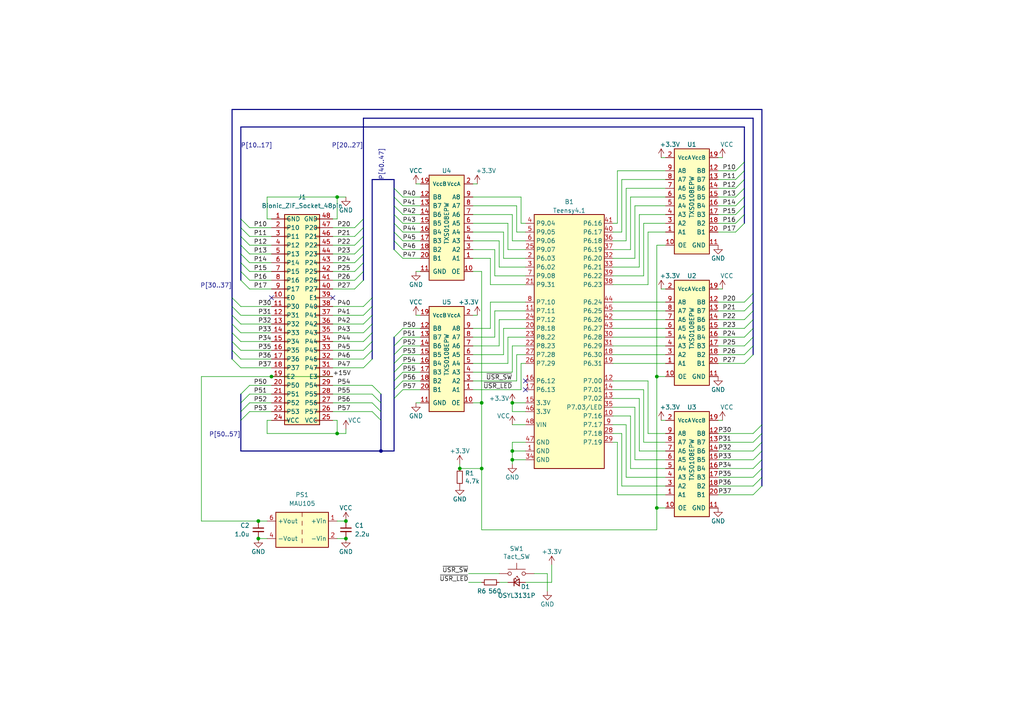
<source format=kicad_sch>
(kicad_sch (version 20230121) (generator eeschema)
  (paper "A4")
  (title_block (title "BionicBase Teensy 4.1") (date "2023-11-26") (rev "5") (company "Tadashi G. Takaoka"))
  (lib_symbols
    (symbol "+3.3V_1" (power) (pin_names (offset 0))
      (property "Value" "+3.3V_1" (at 0 3.556 0))
      (symbol "+3.3V_1_0_1"
        (polyline (pts (xy -0.762 1.27) (xy 0 2.54)))
        (polyline (pts (xy 0 0) (xy 0 2.54)))
        (polyline (pts (xy 0 2.54) (xy 0.762 1.27)))
      )
      (symbol "+3.3V_1_1_1"
        (pin power_in line (at 0 0 90) (length 0) hide (name "+3.3V") (number "1"))
      )
    )
    (symbol "0-LocalLibrary:Bionic_ZIF_Socket_48pin"
      (property "Reference" "J" (at 3.81 30.48 0))
      (property "Value" "Bionic_ZIF_Socket_48pin" (at 3.81 -33.02 0))
      (symbol "Bionic_ZIF_Socket_48pin_1_1"
        (rectangle (start -1.27 -30.353) (end 0 -30.607) (stroke (width 0.1524)))
        (rectangle (start -1.27 -27.813) (end 0 -28.067) (stroke (width 0.1524)))
        (rectangle (start -1.27 -25.273) (end 0 -25.527) (stroke (width 0.1524)))
        (rectangle (start -1.27 -22.733) (end 0 -22.987) (stroke (width 0.1524)))
        (rectangle (start -1.27 -20.193) (end 0 -20.447) (stroke (width 0.1524)))
        (rectangle (start -1.27 -17.653) (end 0 -17.907) (stroke (width 0.1524)))
        (rectangle (start -1.27 -15.113) (end 0 -15.367) (stroke (width 0.1524)))
        (rectangle (start -1.27 -12.573) (end 0 -12.827) (stroke (width 0.1524)))
        (rectangle (start -1.27 -10.033) (end 0 -10.287) (stroke (width 0.1524)))
        (rectangle (start -1.27 -7.493) (end 0 -7.747) (stroke (width 0.1524)))
        (rectangle (start -1.27 -4.953) (end 0 -5.207) (stroke (width 0.1524)))
        (rectangle (start -1.27 -2.413) (end 0 -2.667) (stroke (width 0.1524)))
        (rectangle (start -1.27 0.127) (end 0 -0.127) (stroke (width 0.1524)))
        (rectangle (start -1.27 2.667) (end 0 2.413) (stroke (width 0.1524)))
        (rectangle (start -1.27 5.207) (end 0 4.953) (stroke (width 0.1524)))
        (rectangle (start -1.27 7.747) (end 0 7.493) (stroke (width 0.1524)))
        (rectangle (start -1.27 10.287) (end 0 10.033) (stroke (width 0.1524)))
        (rectangle (start -1.27 12.827) (end 0 12.573) (stroke (width 0.1524)))
        (rectangle (start -1.27 15.367) (end 0 15.113) (stroke (width 0.1524)))
        (rectangle (start -1.27 17.907) (end 0 17.653) (stroke (width 0.1524)))
        (rectangle (start -1.27 20.447) (end 0 20.193) (stroke (width 0.1524)))
        (rectangle (start -1.27 22.987) (end 0 22.733) (stroke (width 0.1524)))
        (rectangle (start -1.27 25.527) (end 0 25.273) (stroke (width 0.1524)))
        (rectangle (start -1.27 28.067) (end 0 27.813) (stroke (width 0.1524)))
        (rectangle (start -1.27 29.21) (end 8.89 -31.75) (stroke (width 0.254)) (fill (type background)))
        (rectangle (start 8.89 -30.353) (end 7.62 -30.607) (stroke (width 0.1524)))
        (rectangle (start 8.89 -27.813) (end 7.62 -28.067) (stroke (width 0.1524)))
        (rectangle (start 8.89 -25.273) (end 7.62 -25.527) (stroke (width 0.1524)))
        (rectangle (start 8.89 -22.733) (end 7.62 -22.987) (stroke (width 0.1524)))
        (rectangle (start 8.89 -20.193) (end 7.62 -20.447) (stroke (width 0.1524)))
        (rectangle (start 8.89 -17.653) (end 7.62 -17.907) (stroke (width 0.1524)))
        (rectangle (start 8.89 -15.113) (end 7.62 -15.367) (stroke (width 0.1524)))
        (rectangle (start 8.89 -12.573) (end 7.62 -12.827) (stroke (width 0.1524)))
        (rectangle (start 8.89 -10.033) (end 7.62 -10.287) (stroke (width 0.1524)))
        (rectangle (start 8.89 -7.493) (end 7.62 -7.747) (stroke (width 0.1524)))
        (rectangle (start 8.89 -4.953) (end 7.62 -5.207) (stroke (width 0.1524)))
        (rectangle (start 8.89 -2.413) (end 7.62 -2.667) (stroke (width 0.1524)))
        (rectangle (start 8.89 0.127) (end 7.62 -0.127) (stroke (width 0.1524)))
        (rectangle (start 8.89 2.667) (end 7.62 2.413) (stroke (width 0.1524)))
        (rectangle (start 8.89 5.207) (end 7.62 4.953) (stroke (width 0.1524)))
        (rectangle (start 8.89 7.747) (end 7.62 7.493) (stroke (width 0.1524)))
        (rectangle (start 8.89 10.287) (end 7.62 10.033) (stroke (width 0.1524)))
        (rectangle (start 8.89 12.827) (end 7.62 12.573) (stroke (width 0.1524)))
        (rectangle (start 8.89 15.367) (end 7.62 15.113) (stroke (width 0.1524)))
        (rectangle (start 8.89 17.907) (end 7.62 17.653) (stroke (width 0.1524)))
        (rectangle (start 8.89 20.447) (end 7.62 20.193) (stroke (width 0.1524)))
        (rectangle (start 8.89 22.987) (end 7.62 22.733) (stroke (width 0.1524)))
        (rectangle (start 8.89 25.527) (end 7.62 25.273) (stroke (width 0.1524)))
        (rectangle (start 8.89 28.067) (end 7.62 27.813) (stroke (width 0.1524)))
        (pin passive line (at -5.08 27.94 0) (length 3.81) (name "GND") (number "1"))
        (pin passive line (at -5.08 5.08 0) (length 3.81) (name "E0") (number "10"))
        (pin passive line (at -5.08 2.54 0) (length 3.81) (name "P30") (number "11"))
        (pin passive line (at -5.08 0 0) (length 3.81) (name "P31") (number "12"))
        (pin passive line (at -5.08 -2.54 0) (length 3.81) (name "P32") (number "13"))
        (pin passive line (at -5.08 -5.08 0) (length 3.81) (name "P33") (number "14"))
        (pin passive line (at -5.08 -7.62 0) (length 3.81) (name "P34") (number "15"))
        (pin passive line (at -5.08 -10.16 0) (length 3.81) (name "P35") (number "16"))
        (pin passive line (at -5.08 -12.7 0) (length 3.81) (name "P36") (number "17"))
        (pin passive line (at -5.08 -15.24 0) (length 3.81) (name "P37") (number "18"))
        (pin passive line (at -5.08 -17.78 0) (length 3.81) (name "E2") (number "19"))
        (pin passive line (at -5.08 25.4 0) (length 3.81) (name "P10") (number "2"))
        (pin passive line (at -5.08 -20.32 0) (length 3.81) (name "P50") (number "20"))
        (pin passive line (at -5.08 -22.86 0) (length 3.81) (name "P51") (number "21"))
        (pin passive line (at -5.08 -25.4 0) (length 3.81) (name "P52") (number "22"))
        (pin passive line (at -5.08 -27.94 0) (length 3.81) (name "P53") (number "23"))
        (pin passive line (at -5.08 -30.48 0) (length 3.81) (name "VCC") (number "24"))
        (pin passive line (at 12.7 -30.48 180) (length 3.81) (name "VCC") (number "25"))
        (pin passive line (at 12.7 -27.94 180) (length 3.81) (name "P57") (number "26"))
        (pin passive line (at 12.7 -25.4 180) (length 3.81) (name "P56") (number "27"))
        (pin passive line (at 12.7 -22.86 180) (length 3.81) (name "P55") (number "28"))
        (pin passive line (at 12.7 -20.32 180) (length 3.81) (name "P54") (number "29"))
        (pin passive line (at -5.08 22.86 0) (length 3.81) (name "P11") (number "3"))
        (pin passive line (at 12.7 -17.78 180) (length 3.81) (name "E3") (number "30"))
        (pin passive line (at 12.7 -15.24 180) (length 3.81) (name "P47") (number "31"))
        (pin passive line (at 12.7 -12.7 180) (length 3.81) (name "P46") (number "32"))
        (pin passive line (at 12.7 -10.16 180) (length 3.81) (name "P45") (number "33"))
        (pin passive line (at 12.7 -7.62 180) (length 3.81) (name "P44") (number "34"))
        (pin passive line (at 12.7 -5.08 180) (length 3.81) (name "P43") (number "35"))
        (pin passive line (at 12.7 -2.54 180) (length 3.81) (name "P42") (number "36"))
        (pin passive line (at 12.7 0 180) (length 3.81) (name "P41") (number "37"))
        (pin passive line (at 12.7 2.54 180) (length 3.81) (name "P40") (number "38"))
        (pin passive line (at 12.7 5.08 180) (length 3.81) (name "E1") (number "39"))
        (pin passive line (at -5.08 20.32 0) (length 3.81) (name "P12") (number "4"))
        (pin passive line (at 12.7 7.62 180) (length 3.81) (name "P27") (number "40"))
        (pin passive line (at 12.7 10.16 180) (length 3.81) (name "P26") (number "41"))
        (pin passive line (at 12.7 12.7 180) (length 3.81) (name "P25") (number "42"))
        (pin passive line (at 12.7 15.24 180) (length 3.81) (name "P24") (number "43"))
        (pin passive line (at 12.7 17.78 180) (length 3.81) (name "P23") (number "44"))
        (pin passive line (at 12.7 20.32 180) (length 3.81) (name "P22") (number "45"))
        (pin passive line (at 12.7 22.86 180) (length 3.81) (name "P21") (number "46"))
        (pin passive line (at 12.7 25.4 180) (length 3.81) (name "P20") (number "47"))
        (pin passive line (at 12.7 27.94 180) (length 3.81) (name "GND") (number "48"))
        (pin passive line (at -5.08 17.78 0) (length 3.81) (name "P13") (number "5"))
        (pin passive line (at -5.08 15.24 0) (length 3.81) (name "P14") (number "6"))
        (pin passive line (at -5.08 12.7 0) (length 3.81) (name "P15") (number "7"))
        (pin passive line (at -5.08 10.16 0) (length 3.81) (name "P16") (number "8"))
        (pin passive line (at -5.08 7.62 0) (length 3.81) (name "P17") (number "9"))
      )
    )
    (symbol "0-LocalLibrary:MAU105"
      (property "Reference" "PS" (at -7.62 6.35 0))
      (property "Value" "MAU105" (at 1.27 6.35 0))
      (symbol "MAU105_0_0"
        (pin power_in line (at -10.16 2.54 0) (length 2.54) (name "+Vin") (number "1"))
        (pin power_in line (at -10.16 -2.54 0) (length 2.54) (name "-Vin") (number "2"))
        (pin passive line (at 10.16 -2.54 180) (length 2.54) (name "-Vout") (number "4"))
        (pin power_out line (at 10.16 2.54 180) (length 2.54) (name "+Vout") (number "6"))
      )
      (symbol "MAU105_0_1"
        (rectangle (start -7.62 5.08) (end 7.62 -5.08) (stroke (width 0.254)) (fill (type background)))
        (polyline (pts (xy 0 -2.54) (xy 0 -3.81)))
        (polyline (pts (xy 0 0) (xy 0 -1.27)))
        (polyline (pts (xy 0 2.54) (xy 0 1.27)))
        (polyline (pts (xy 0 5.08) (xy 0 3.81)))
      )
    )
    (symbol "0-LocalLibrary:TXS0108EPW" (pin_names (offset 1.016))
      (property "Reference" "U" (at 0 15.24 0))
      (property "Value" "TXS0108EPW" (at 0 0 90))
      (symbol "TXS0108EPW_1_0"
        (pin bidirectional line (at -7.62 -10.16 0) (length 2.54) (name "A1") (number "1"))
        (pin input line (at -7.62 -13.97 0) (length 2.54) (name "OE") (number "10"))
        (pin power_in line (at 7.62 -13.97 180) (length 2.54) (name "GND") (number "11"))
        (pin bidirectional line (at 7.62 7.62 180) (length 2.54) (name "B8") (number "12"))
        (pin bidirectional line (at 7.62 5.08 180) (length 2.54) (name "B7") (number "13"))
        (pin bidirectional line (at 7.62 2.54 180) (length 2.54) (name "B6") (number "14"))
        (pin bidirectional line (at 7.62 0 180) (length 2.54) (name "B5") (number "15"))
        (pin bidirectional line (at 7.62 -2.54 180) (length 2.54) (name "B4") (number "16"))
        (pin bidirectional line (at 7.62 -5.08 180) (length 2.54) (name "B3") (number "17"))
        (pin bidirectional line (at 7.62 -7.62 180) (length 2.54) (name "B2") (number "18"))
        (pin power_in line (at 7.62 11.43 180) (length 2.54) (name "VccB") (number "19"))
        (pin bidirectional line (at 7.62 -10.16 180) (length 2.54) (name "B1") (number "20"))
        (pin bidirectional line (at -7.62 -7.62 0) (length 2.54) (name "A2") (number "3"))
        (pin bidirectional line (at -7.62 -5.08 0) (length 2.54) (name "A3") (number "4"))
        (pin bidirectional line (at -7.62 -2.54 0) (length 2.54) (name "A4") (number "5"))
        (pin bidirectional line (at -7.62 0 0) (length 2.54) (name "A5") (number "6"))
        (pin bidirectional line (at -7.62 2.54 0) (length 2.54) (name "A6") (number "7"))
        (pin bidirectional line (at -7.62 5.08 0) (length 2.54) (name "A7") (number "8"))
        (pin bidirectional line (at -7.62 7.62 0) (length 2.54) (name "A8") (number "9"))
      )
      (symbol "TXS0108EPW_1_1"
        (rectangle (start 5.08 13.97) (end -5.08 -16.51) (stroke (width 0.254)) (fill (type background)))
        (pin power_in line (at -7.62 11.43 0) (length 2.54) (name "VccA") (number "2"))
      )
    )
    (symbol "0-LocalLibrary:Tact_SW" (pin_numbers hide) (pin_names (offset 1.016) hide)
      (property "Reference" "SW" (at 1.27 2.54 0))
      (property "Value" "Tact_SW" (at 0 -1.524 0))
      (symbol "Tact_SW_0_1"
        (circle (center -2.032 0) (radius 0.508))
        (polyline (pts (xy 0 1.27) (xy 0 3.048)))
        (polyline (pts (xy 2.54 1.27) (xy -2.54 1.27)))
        (circle (center 2.032 0) (radius 0.508))
        (pin passive line (at -5.08 0 0) (length 2.54) (name "1") (number "1"))
        (pin passive line (at 5.08 0 180) (length 2.54) (name "2") (number "2"))
      )
    )
    (symbol "0-LocalLibrary:Teensy4.1"
      (property "Reference" "B" (at -1.27 30.48 0))
      (property "Value" "Teensy4.1" (at -1.27 -8.89 90))
      (symbol "Teensy4.1_0_0"
        (pin power_in line (at -12.7 -24.13 0) (length 2.54) (name "3.3V") (number "15"))
        (pin bidirectional line (at -12.7 20.32 0) (length 2.54) (name "P9.07") (number "25"))
        (pin power_in line (at -12.7 -35.56 0) (length 2.54) (name "GND") (number "47"))
      )
      (symbol "Teensy4.1_0_1"
        (rectangle (start -10.16 -43.18) (end 10.16 30.48) (stroke (width 0.254)) (fill (type background)))
      )
      (symbol "Teensy4.1_1_1"
        (pin power_out line (at -12.7 -38.1 0) (length 2.54) (name "GND") (number "1"))
        (pin bidirectional line (at 12.7 -27.94 180) (length 2.54) (name "P7.16") (number "10"))
        (pin bidirectional line (at -12.7 2.54 0) (length 2.54) (name "P7.11") (number "11"))
        (pin bidirectional line (at 12.7 -17.78 180) (length 2.54) (name "P7.00") (number "12"))
        (pin bidirectional line (at 12.7 -22.86 180) (length 2.54) (name "P7.02") (number "13"))
        (pin bidirectional line (at 12.7 -20.32 180) (length 2.54) (name "P7.01") (number "14"))
        (pin bidirectional line (at -12.7 -17.78 0) (length 2.54) (name "P6.12") (number "16"))
        (pin bidirectional line (at -12.7 -20.32 0) (length 2.54) (name "P6.13") (number "17"))
        (pin bidirectional line (at 12.7 -10.16 180) (length 2.54) (name "P6.30") (number "18"))
        (pin bidirectional line (at 12.7 -12.7 180) (length 2.54) (name "P6.31") (number "19"))
        (pin bidirectional line (at -12.7 17.78 0) (length 2.54) (name "P6.03") (number "2"))
        (pin bidirectional line (at -12.7 -2.54 0) (length 2.54) (name "P8.18") (number "20"))
        (pin bidirectional line (at -12.7 10.16 0) (length 2.54) (name "P9.31") (number "21"))
        (pin bidirectional line (at -12.7 -7.62 0) (length 2.54) (name "P8.23") (number "22"))
        (pin bidirectional line (at -12.7 -5.08 0) (length 2.54) (name "P8.22") (number "23"))
        (pin bidirectional line (at -12.7 0 0) (length 2.54) (name "P7.12") (number "24"))
        (pin bidirectional line (at -12.7 -12.7 0) (length 2.54) (name "P7.29") (number "26"))
        (pin bidirectional line (at -12.7 -10.16 0) (length 2.54) (name "P7.28") (number "27"))
        (pin bidirectional line (at 12.7 -33.02 180) (length 2.54) (name "P7.18") (number "28"))
        (pin bidirectional line (at 12.7 -35.56 180) (length 2.54) (name "P7.19") (number "29"))
        (pin bidirectional line (at -12.7 15.24 0) (length 2.54) (name "P6.02") (number "3"))
        (pin bidirectional line (at 12.7 -5.08 180) (length 2.54) (name "P6.28") (number "30"))
        (pin bidirectional line (at 12.7 -7.62 180) (length 2.54) (name "P6.29") (number "31"))
        (pin bidirectional line (at 12.7 17.78 180) (length 2.54) (name "P6.20") (number "32"))
        (pin bidirectional line (at 12.7 15.24 180) (length 2.54) (name "P6.21") (number "33"))
        (pin power_in line (at -12.7 -40.64 0) (length 2.54) (name "GND") (number "34"))
        (pin bidirectional line (at 12.7 -25.4 180) (length 2.54) (name "P7.03/LED") (number "35"))
        (pin bidirectional line (at 12.7 22.86 180) (length 2.54) (name "P6.18") (number "36"))
        (pin bidirectional line (at 12.7 20.32 180) (length 2.54) (name "P6.19") (number "37"))
        (pin bidirectional line (at 12.7 10.16 180) (length 2.54) (name "P6.23") (number "38"))
        (pin bidirectional line (at 12.7 12.7 180) (length 2.54) (name "P6.22") (number "39"))
        (pin bidirectional line (at -12.7 27.94 0) (length 2.54) (name "P9.04") (number "4"))
        (pin bidirectional line (at 12.7 25.4 180) (length 2.54) (name "P6.17") (number "40"))
        (pin bidirectional line (at 12.7 27.94 180) (length 2.54) (name "P6.16") (number "41"))
        (pin bidirectional line (at 12.7 0 180) (length 2.54) (name "P6.26") (number "42"))
        (pin bidirectional line (at 12.7 -2.54 180) (length 2.54) (name "P6.27") (number "43"))
        (pin bidirectional line (at 12.7 5.08 180) (length 2.54) (name "P6.24") (number "44"))
        (pin bidirectional line (at 12.7 2.54 180) (length 2.54) (name "P6.25") (number "45"))
        (pin power_out line (at -12.7 -26.67 0) (length 2.54) (name "3.3V") (number "46"))
        (pin power_out line (at -12.7 -30.48 0) (length 2.54) (name "VIN") (number "48"))
        (pin bidirectional line (at -12.7 25.4 0) (length 2.54) (name "P9.05") (number "5"))
        (pin bidirectional line (at -12.7 22.86 0) (length 2.54) (name "P9.06") (number "6"))
        (pin bidirectional line (at -12.7 12.7 0) (length 2.54) (name "P9.08") (number "7"))
        (pin bidirectional line (at -12.7 5.08 0) (length 2.54) (name "P7.10") (number "8"))
        (pin bidirectional line (at 12.7 -30.48 180) (length 2.54) (name "P7.17") (number "9"))
      )
    )
    (symbol "Device:C_Small" (pin_numbers hide) (pin_names (offset 0.254) hide)
      (property "Reference" "C" (at 0.254 1.778 0))
      (property "Value" "C_Small" (at 0.254 -2.032 0))
      (symbol "C_Small_0_1"
        (polyline (pts (xy -1.524 -0.508) (xy 1.524 -0.508)) (stroke (width 0.3302)))
        (polyline (pts (xy -1.524 0.508) (xy 1.524 0.508)) (stroke (width 0.3048)))
      )
      (symbol "C_Small_1_1"
        (pin passive line (at 0 2.54 270) (length 2.032) (name "~") (number "1"))
        (pin passive line (at 0 -2.54 90) (length 2.032) (name "~") (number "2"))
      )
    )
    (symbol "Device:LED_Small" (pin_numbers hide) (pin_names (offset 0.254) hide)
      (property "Reference" "D" (at -1.27 3.175 0))
      (property "Value" "LED_Small" (at -4.445 -2.54 0))
      (symbol "LED_Small_0_1"
        (polyline (pts (xy -0.762 -1.016) (xy -0.762 1.016)) (stroke (width 0.254)))
        (polyline (pts (xy 1.016 0) (xy -0.762 0)))
        (polyline (pts (xy 0.762 -1.016) (xy -0.762 0) (xy 0.762 1.016) (xy 0.762 -1.016)) (stroke (width 0.254)))
        (polyline (pts (xy 0 0.762) (xy -0.508 1.27) (xy -0.254 1.27) (xy -0.508 1.27) (xy -0.508 1.016)))
        (polyline (pts (xy 0.508 1.27) (xy 0 1.778) (xy 0.254 1.778) (xy 0 1.778) (xy 0 1.524)))
      )
      (symbol "LED_Small_1_1"
        (pin passive line (at -2.54 0 0) (length 1.778) (name "K") (number "1"))
        (pin passive line (at 2.54 0 180) (length 1.778) (name "A") (number "2"))
      )
    )
    (symbol "Device:R_Small" (pin_numbers hide) (pin_names (offset 0.254) hide)
      (property "Reference" "R" (at 0.762 0.508 0))
      (property "Value" "R_Small" (at 0.762 -1.016 0))
      (symbol "R_Small_0_1"
        (rectangle (start -0.762 1.778) (end 0.762 -1.778) (stroke (width 0.2032)))
      )
      (symbol "R_Small_1_1"
        (pin passive line (at 0 2.54 270) (length 0.762) (name "~") (number "1"))
        (pin passive line (at 0 -2.54 90) (length 0.762) (name "~") (number "2"))
      )
    )
    (symbol "GND_1" (power) (pin_names (offset 0))
      (property "Value" "GND_1" (at 0 -3.81 0))
      (symbol "GND_1_0_1"
        (polyline (pts (xy 0 0) (xy 0 -1.27) (xy 1.27 -1.27) (xy 0 -2.54) (xy -1.27 -1.27) (xy 0 -1.27)))
      )
      (symbol "GND_1_1_1"
        (pin power_in line (at 0 0 270) (length 0) hide (name "GND") (number "1"))
      )
    )
    (symbol "VCC_1" (power) (pin_names (offset 0))
      (property "Value" "VCC_1" (at 0 3.81 0))
      (symbol "VCC_1_0_1"
        (polyline (pts (xy -0.762 1.27) (xy 0 2.54)))
        (polyline (pts (xy 0 0) (xy 0 2.54)))
        (polyline (pts (xy 0 2.54) (xy 0.762 1.27)))
      )
      (symbol "VCC_1_1_1"
        (pin power_in line (at 0 0 90) (length 0) hide (name "VCC") (number "1"))
      )
    )
  )
  (junction (at 139.7 135.89))
  (junction (at 97.79 125.73))
  (junction (at 148.59 116.84))
  (junction (at 139.7 116.84))
  (junction (at 100.33 151.13))
  (junction (at 78.74 109.22))
  (junction (at 74.93 156.21))
  (junction (at 133.35 135.89))
  (junction (at 148.59 133.35))
  (junction (at 97.79 57.15))
  (junction (at 100.33 156.21))
  (junction (at 74.93 151.13))
  (junction (at 148.59 130.81))
  (junction (at 190.5 109.22))
  (junction (at 110.49 130.81))
  (junction (at 190.5 147.32))
  (no_connect (at 96.52 86.36))
  (no_connect (at 78.74 86.36))
  (no_connect (at 152.4 110.49))
  (no_connect (at 152.4 113.03))
  (bus_entry (at 105.41 78.74) (size -2.54 2.54))
  (bus_entry (at 215.9 57.15) (size -2.54 2.54))
  (bus_entry (at 107.95 104.14) (size -2.54 2.54))
  (bus_entry (at 114.3 54.61) (size 2.54 2.54))
  (bus_entry (at 69.85 68.58) (size 2.54 2.54))
  (bus_entry (at 220.98 123.19) (size -2.54 2.54))
  (bus_entry (at 114.3 62.23) (size 2.54 2.54))
  (bus_entry (at 218.44 92.71) (size -2.54 2.54))
  (bus_entry (at 69.85 76.2) (size 2.54 2.54))
  (bus_entry (at 215.9 59.69) (size -2.54 2.54))
  (bus_entry (at 110.49 114.3) (size -2.54 -2.54))
  (bus_entry (at 105.41 76.2) (size -2.54 2.54))
  (bus_entry (at 107.95 86.36) (size -2.54 2.54))
  (bus_entry (at 215.9 54.61) (size -2.54 2.54))
  (bus_entry (at 114.3 57.15) (size 2.54 2.54))
  (bus_entry (at 107.95 101.6) (size -2.54 2.54))
  (bus_entry (at 69.85 121.92) (size 2.54 -2.54))
  (bus_entry (at 218.44 95.25) (size -2.54 2.54))
  (bus_entry (at 69.85 66.04) (size 2.54 2.54))
  (bus_entry (at 220.98 135.89) (size -2.54 2.54))
  (bus_entry (at 220.98 140.97) (size -2.54 2.54))
  (bus_entry (at 110.49 121.92) (size -2.54 -2.54))
  (bus_entry (at 215.9 52.07) (size -2.54 2.54))
  (bus_entry (at 110.49 119.38) (size -2.54 -2.54))
  (bus_entry (at 69.85 116.84) (size 2.54 -2.54))
  (bus_entry (at 105.41 66.04) (size -2.54 2.54))
  (bus_entry (at 105.41 68.58) (size -2.54 2.54))
  (bus_entry (at 114.3 100.33) (size 2.54 -2.54))
  (bus_entry (at 215.9 46.99) (size -2.54 2.54))
  (bus_entry (at 69.85 78.74) (size 2.54 2.54))
  (bus_entry (at 220.98 130.81) (size -2.54 2.54))
  (bus_entry (at 69.85 63.5) (size 2.54 2.54))
  (bus_entry (at 114.3 107.95) (size 2.54 -2.54))
  (bus_entry (at 107.95 88.9) (size -2.54 2.54))
  (bus_entry (at 218.44 90.17) (size -2.54 2.54))
  (bus_entry (at 220.98 128.27) (size -2.54 2.54))
  (bus_entry (at 220.98 125.73) (size -2.54 2.54))
  (bus_entry (at 114.3 97.79) (size 2.54 -2.54))
  (bus_entry (at 107.95 99.06) (size -2.54 2.54))
  (bus_entry (at 67.31 93.98) (size 2.54 2.54))
  (bus_entry (at 114.3 72.39) (size 2.54 2.54))
  (bus_entry (at 69.85 114.3) (size 2.54 -2.54))
  (bus_entry (at 69.85 119.38) (size 2.54 -2.54))
  (bus_entry (at 114.3 59.69) (size 2.54 2.54))
  (bus_entry (at 220.98 138.43) (size -2.54 2.54))
  (bus_entry (at 215.9 49.53) (size -2.54 2.54))
  (bus_entry (at 67.31 104.14) (size 2.54 2.54))
  (bus_entry (at 67.31 86.36) (size 2.54 2.54))
  (bus_entry (at 218.44 102.87) (size -2.54 2.54))
  (bus_entry (at 114.3 113.03) (size 2.54 -2.54))
  (bus_entry (at 110.49 116.84) (size -2.54 -2.54))
  (bus_entry (at 107.95 96.52) (size -2.54 2.54))
  (bus_entry (at 105.41 73.66) (size -2.54 2.54))
  (bus_entry (at 67.31 96.52) (size 2.54 2.54))
  (bus_entry (at 218.44 100.33) (size -2.54 2.54))
  (bus_entry (at 114.3 115.57) (size 2.54 -2.54))
  (bus_entry (at 114.3 102.87) (size 2.54 -2.54))
  (bus_entry (at 220.98 133.35) (size -2.54 2.54))
  (bus_entry (at 114.3 64.77) (size 2.54 2.54))
  (bus_entry (at 114.3 105.41) (size 2.54 -2.54))
  (bus_entry (at 105.41 81.28) (size -2.54 2.54))
  (bus_entry (at 105.41 71.12) (size -2.54 2.54))
  (bus_entry (at 114.3 69.85) (size 2.54 2.54))
  (bus_entry (at 69.85 71.12) (size 2.54 2.54))
  (bus_entry (at 67.31 88.9) (size 2.54 2.54))
  (bus_entry (at 105.41 63.5) (size -2.54 2.54))
  (bus_entry (at 215.9 62.23) (size -2.54 2.54))
  (bus_entry (at 67.31 91.44) (size 2.54 2.54))
  (bus_entry (at 107.95 91.44) (size -2.54 2.54))
  (bus_entry (at 218.44 97.79) (size -2.54 2.54))
  (bus_entry (at 69.85 81.28) (size 2.54 2.54))
  (bus_entry (at 218.44 87.63) (size -2.54 2.54))
  (bus_entry (at 67.31 101.6) (size 2.54 2.54))
  (bus_entry (at 218.44 85.09) (size -2.54 2.54))
  (bus_entry (at 215.9 64.77) (size -2.54 2.54))
  (bus_entry (at 107.95 93.98) (size -2.54 2.54))
  (bus_entry (at 114.3 110.49) (size 2.54 -2.54))
  (bus_entry (at 69.85 73.66) (size 2.54 2.54))
  (bus_entry (at 67.31 99.06) (size 2.54 2.54))
  (bus_entry (at 114.3 67.31) (size 2.54 2.54))
  (wire (pts (xy 181.61 54.61) (xy 193.04 54.61)))
  (wire (pts (xy 96.52 104.14) (xy 105.41 104.14)))
  (wire (pts (xy 121.92 57.15) (xy 116.84 57.15)))
  (wire (pts (xy 133.35 135.89) (xy 139.7 135.89)))
  (wire (pts (xy 182.88 57.15) (xy 193.04 57.15)))
  (wire (pts (xy 96.52 68.58) (xy 102.87 68.58)))
  (bus (pts (xy 67.31 88.9) (xy 67.31 91.44)))
  (bus (pts (xy 215.9 46.99) (xy 215.9 49.53)))
  (bus (pts (xy 69.85 116.84) (xy 69.85 119.38)))
  (wire (pts (xy 152.4 128.27) (xy 148.59 128.27)))
  (wire (pts (xy 184.15 59.69) (xy 184.15 74.93)))
  (wire (pts (xy 78.74 81.28) (xy 72.39 81.28)))
  (wire (pts (xy 158.75 166.37) (xy 158.75 171.45)))
  (wire (pts (xy 96.52 63.5) (xy 97.79 63.5)))
  (bus (pts (xy 105.41 71.12) (xy 105.41 73.66)))
  (wire (pts (xy 181.61 69.85) (xy 181.61 54.61)))
  (wire (pts (xy 77.47 121.92) (xy 77.47 125.73)))
  (wire (pts (xy 121.92 91.44) (xy 120.65 91.44)))
  (wire (pts (xy 121.92 110.49) (xy 116.84 110.49)))
  (wire (pts (xy 177.8 80.01) (xy 186.69 80.01)))
  (wire (pts (xy 121.92 113.03) (xy 116.84 113.03)))
  (wire (pts (xy 148.59 69.85) (xy 148.59 62.23)))
  (wire (pts (xy 177.8 67.31) (xy 180.34 67.31)))
  (wire (pts (xy 72.39 78.74) (xy 78.74 78.74)))
  (wire (pts (xy 193.04 52.07) (xy 180.34 52.07)))
  (wire (pts (xy 137.16 97.79) (xy 143.51 97.79)))
  (bus (pts (xy 107.95 101.6) (xy 107.95 104.14)))
  (bus (pts (xy 220.98 128.27) (xy 220.98 130.81)))
  (wire (pts (xy 149.86 110.49) (xy 149.86 102.87)))
  (bus (pts (xy 67.31 93.98) (xy 67.31 96.52)))
  (wire (pts (xy 213.36 64.77) (xy 208.28 64.77)))
  (wire (pts (xy 177.8 118.11) (xy 184.15 118.11)))
  (wire (pts (xy 96.52 88.9) (xy 105.41 88.9)))
  (bus (pts (xy 67.31 101.6) (xy 67.31 104.14)))
  (wire (pts (xy 208.28 100.33) (xy 215.9 100.33)))
  (bus (pts (xy 105.41 76.2) (xy 105.41 78.74)))
  (bus (pts (xy 114.3 115.57) (xy 114.3 130.81)))
  (bus (pts (xy 69.85 36.83) (xy 69.85 63.5)))
  (wire (pts (xy 177.8 64.77) (xy 179.07 64.77)))
  (bus (pts (xy 107.95 88.9) (xy 107.95 91.44)))
  (wire (pts (xy 177.8 128.27) (xy 179.07 128.27)))
  (wire (pts (xy 213.36 57.15) (xy 208.28 57.15)))
  (wire (pts (xy 208.28 90.17) (xy 215.9 90.17)))
  (wire (pts (xy 151.13 113.03) (xy 137.16 113.03)))
  (wire (pts (xy 69.85 101.6) (xy 78.74 101.6)))
  (wire (pts (xy 69.85 93.98) (xy 78.74 93.98)))
  (bus (pts (xy 69.85 63.5) (xy 69.85 66.04)))
  (bus (pts (xy 218.44 97.79) (xy 218.44 100.33)))
  (wire (pts (xy 138.43 91.44) (xy 137.16 91.44)))
  (wire (pts (xy 139.7 78.74) (xy 139.7 116.84)))
  (wire (pts (xy 151.13 105.41) (xy 151.13 113.03)))
  (bus (pts (xy 69.85 76.2) (xy 69.85 78.74)))
  (wire (pts (xy 177.8 113.03) (xy 186.69 113.03)))
  (wire (pts (xy 78.74 63.5) (xy 77.47 63.5)))
  (wire (pts (xy 78.74 76.2) (xy 72.39 76.2)))
  (bus (pts (xy 69.85 66.04) (xy 69.85 68.58)))
  (wire (pts (xy 190.5 109.22) (xy 190.5 147.32)))
  (wire (pts (xy 208.28 97.79) (xy 215.9 97.79)))
  (wire (pts (xy 184.15 118.11) (xy 184.15 133.35)))
  (wire (pts (xy 142.24 82.55) (xy 142.24 74.93)))
  (wire (pts (xy 190.5 147.32) (xy 190.5 153.67)))
  (bus (pts (xy 114.3 62.23) (xy 114.3 64.77)))
  (bus (pts (xy 105.41 34.29) (xy 105.41 63.5)))
  (wire (pts (xy 177.8 97.79) (xy 193.04 97.79)))
  (bus (pts (xy 67.31 91.44) (xy 67.31 93.98)))
  (wire (pts (xy 148.59 128.27) (xy 148.59 130.81)))
  (bus (pts (xy 69.85 78.74) (xy 69.85 81.28)))
  (wire (pts (xy 142.24 95.25) (xy 137.16 95.25)))
  (wire (pts (xy 139.7 116.84) (xy 139.7 135.89)))
  (wire (pts (xy 208.28 138.43) (xy 218.44 138.43)))
  (wire (pts (xy 208.28 87.63) (xy 215.9 87.63)))
  (bus (pts (xy 67.31 86.36) (xy 67.31 88.9)))
  (wire (pts (xy 185.42 77.47) (xy 185.42 62.23)))
  (wire (pts (xy 96.52 91.44) (xy 105.41 91.44)))
  (wire (pts (xy 152.4 77.47) (xy 144.78 77.47)))
  (wire (pts (xy 208.28 128.27) (xy 218.44 128.27)))
  (wire (pts (xy 149.86 59.69) (xy 149.86 67.31)))
  (bus (pts (xy 67.31 99.06) (xy 67.31 101.6)))
  (wire (pts (xy 121.92 116.84) (xy 120.65 116.84)))
  (wire (pts (xy 146.05 102.87) (xy 146.05 95.25)))
  (bus (pts (xy 215.9 36.83) (xy 215.9 46.99)))
  (wire (pts (xy 102.87 78.74) (xy 96.52 78.74)))
  (wire (pts (xy 185.42 130.81) (xy 185.42 115.57)))
  (wire (pts (xy 213.36 62.23) (xy 208.28 62.23)))
  (bus (pts (xy 110.49 121.92) (xy 110.49 130.81)))
  (wire (pts (xy 186.69 128.27) (xy 193.04 128.27)))
  (bus (pts (xy 218.44 85.09) (xy 218.44 87.63)))
  (wire (pts (xy 69.85 106.68) (xy 78.74 106.68)))
  (wire (pts (xy 96.52 93.98) (xy 105.41 93.98)))
  (wire (pts (xy 137.16 78.74) (xy 139.7 78.74)))
  (bus (pts (xy 220.98 123.19) (xy 220.98 125.73)))
  (wire (pts (xy 208.28 45.72) (xy 209.55 45.72)))
  (wire (pts (xy 121.92 95.25) (xy 116.84 95.25)))
  (wire (pts (xy 179.07 128.27) (xy 179.07 143.51)))
  (wire (pts (xy 193.04 140.97) (xy 180.34 140.97)))
  (wire (pts (xy 181.61 138.43) (xy 193.04 138.43)))
  (wire (pts (xy 152.4 130.81) (xy 148.59 130.81)))
  (wire (pts (xy 139.7 153.67) (xy 190.5 153.67)))
  (bus (pts (xy 110.49 119.38) (xy 110.49 121.92)))
  (wire (pts (xy 78.74 119.38) (xy 72.39 119.38)))
  (wire (pts (xy 116.84 62.23) (xy 121.92 62.23)))
  (bus (pts (xy 114.3 69.85) (xy 114.3 72.39)))
  (wire (pts (xy 107.95 111.76) (xy 96.52 111.76)))
  (bus (pts (xy 105.41 78.74) (xy 105.41 81.28)))
  (wire (pts (xy 107.95 119.38) (xy 96.52 119.38)))
  (wire (pts (xy 97.79 151.13) (xy 100.33 151.13)))
  (wire (pts (xy 208.28 135.89) (xy 218.44 135.89)))
  (bus (pts (xy 110.49 116.84) (xy 110.49 119.38)))
  (bus (pts (xy 215.9 59.69) (xy 215.9 62.23)))
  (wire (pts (xy 187.96 82.55) (xy 187.96 67.31)))
  (wire (pts (xy 142.24 87.63) (xy 142.24 95.25)))
  (wire (pts (xy 187.96 110.49) (xy 187.96 125.73)))
  (wire (pts (xy 137.16 110.49) (xy 149.86 110.49)))
  (bus (pts (xy 114.3 107.95) (xy 114.3 110.49)))
  (bus (pts (xy 69.85 68.58) (xy 69.85 71.12)))
  (wire (pts (xy 151.13 64.77) (xy 151.13 57.15)))
  (bus (pts (xy 218.44 100.33) (xy 218.44 102.87)))
  (wire (pts (xy 78.74 71.12) (xy 72.39 71.12)))
  (wire (pts (xy 180.34 140.97) (xy 180.34 125.73)))
  (wire (pts (xy 133.35 134.62) (xy 133.35 135.89)))
  (bus (pts (xy 107.95 93.98) (xy 107.95 96.52)))
  (wire (pts (xy 144.78 69.85) (xy 137.16 69.85)))
  (wire (pts (xy 152.4 90.17) (xy 143.51 90.17)))
  (bus (pts (xy 114.3 52.07) (xy 114.3 54.61)))
  (bus (pts (xy 114.3 105.41) (xy 114.3 107.95)))
  (wire (pts (xy 177.8 100.33) (xy 193.04 100.33)))
  (wire (pts (xy 177.8 125.73) (xy 180.34 125.73)))
  (bus (pts (xy 220.98 125.73) (xy 220.98 128.27)))
  (wire (pts (xy 190.5 71.12) (xy 190.5 109.22)))
  (wire (pts (xy 97.79 57.15) (xy 100.33 57.15)))
  (wire (pts (xy 193.04 135.89) (xy 182.88 135.89)))
  (wire (pts (xy 77.47 63.5) (xy 77.47 57.15)))
  (wire (pts (xy 152.4 168.91) (xy 160.02 168.91)))
  (wire (pts (xy 208.28 49.53) (xy 213.36 49.53)))
  (bus (pts (xy 67.31 96.52) (xy 67.31 99.06)))
  (wire (pts (xy 138.43 53.34) (xy 137.16 53.34)))
  (wire (pts (xy 177.8 87.63) (xy 193.04 87.63)))
  (wire (pts (xy 58.42 109.22) (xy 58.42 151.13)))
  (wire (pts (xy 69.85 96.52) (xy 78.74 96.52)))
  (wire (pts (xy 142.24 74.93) (xy 137.16 74.93)))
  (bus (pts (xy 220.98 133.35) (xy 220.98 135.89)))
  (wire (pts (xy 96.52 121.92) (xy 97.79 121.92)))
  (wire (pts (xy 144.78 92.71) (xy 144.78 100.33)))
  (bus (pts (xy 215.9 57.15) (xy 215.9 59.69)))
  (wire (pts (xy 144.78 100.33) (xy 137.16 100.33)))
  (wire (pts (xy 152.4 97.79) (xy 147.32 97.79)))
  (bus (pts (xy 114.3 59.69) (xy 114.3 62.23)))
  (bus (pts (xy 114.3 64.77) (xy 114.3 67.31)))
  (wire (pts (xy 116.84 72.39) (xy 121.92 72.39)))
  (wire (pts (xy 193.04 130.81) (xy 185.42 130.81)))
  (bus (pts (xy 215.9 54.61) (xy 215.9 57.15)))
  (bus (pts (xy 114.3 97.79) (xy 114.3 100.33)))
  (wire (pts (xy 152.4 67.31) (xy 149.86 67.31)))
  (wire (pts (xy 143.51 72.39) (xy 143.51 80.01)))
  (wire (pts (xy 147.32 72.39) (xy 147.32 64.77)))
  (wire (pts (xy 78.74 66.04) (xy 72.39 66.04)))
  (wire (pts (xy 97.79 125.73) (xy 97.79 121.92)))
  (bus (pts (xy 114.3 67.31) (xy 114.3 69.85)))
  (wire (pts (xy 137.16 67.31) (xy 146.05 67.31)))
  (wire (pts (xy 208.28 121.92) (xy 209.55 121.92)))
  (wire (pts (xy 152.4 74.93) (xy 146.05 74.93)))
  (wire (pts (xy 184.15 133.35) (xy 193.04 133.35)))
  (wire (pts (xy 69.85 88.9) (xy 78.74 88.9)))
  (bus (pts (xy 218.44 34.29) (xy 218.44 85.09)))
  (wire (pts (xy 144.78 168.91) (xy 147.32 168.91)))
  (wire (pts (xy 186.69 113.03) (xy 186.69 128.27)))
  (wire (pts (xy 58.42 109.22) (xy 78.74 109.22)))
  (wire (pts (xy 208.28 92.71) (xy 215.9 92.71)))
  (wire (pts (xy 96.52 99.06) (xy 105.41 99.06)))
  (wire (pts (xy 148.59 133.35) (xy 148.59 134.62)))
  (wire (pts (xy 116.84 69.85) (xy 121.92 69.85)))
  (bus (pts (xy 114.3 100.33) (xy 114.3 102.87)))
  (wire (pts (xy 72.39 111.76) (xy 78.74 111.76)))
  (wire (pts (xy 107.95 114.3) (xy 96.52 114.3)))
  (wire (pts (xy 74.93 156.21) (xy 77.47 156.21)))
  (wire (pts (xy 177.8 92.71) (xy 193.04 92.71)))
  (wire (pts (xy 137.16 59.69) (xy 149.86 59.69)))
  (wire (pts (xy 179.07 143.51) (xy 193.04 143.51)))
  (wire (pts (xy 177.8 115.57) (xy 185.42 115.57)))
  (wire (pts (xy 116.84 67.31) (xy 121.92 67.31)))
  (bus (pts (xy 220.98 138.43) (xy 220.98 140.97)))
  (wire (pts (xy 139.7 135.89) (xy 139.7 153.67)))
  (wire (pts (xy 69.85 104.14) (xy 78.74 104.14)))
  (wire (pts (xy 193.04 64.77) (xy 186.69 64.77)))
  (wire (pts (xy 147.32 97.79) (xy 147.32 105.41)))
  (bus (pts (xy 107.95 99.06) (xy 107.95 101.6)))
  (wire (pts (xy 121.92 105.41) (xy 116.84 105.41)))
  (bus (pts (xy 105.41 68.58) (xy 105.41 71.12)))
  (wire (pts (xy 72.39 73.66) (xy 78.74 73.66)))
  (bus (pts (xy 114.3 57.15) (xy 114.3 59.69)))
  (wire (pts (xy 97.79 57.15) (xy 97.79 63.5)))
  (bus (pts (xy 67.31 31.75) (xy 67.31 86.36)))
  (wire (pts (xy 148.59 119.38) (xy 152.4 119.38)))
  (wire (pts (xy 177.8 72.39) (xy 182.88 72.39)))
  (wire (pts (xy 148.59 133.35) (xy 152.4 133.35)))
  (wire (pts (xy 177.8 82.55) (xy 187.96 82.55)))
  (wire (pts (xy 74.93 151.13) (xy 77.47 151.13)))
  (wire (pts (xy 96.52 76.2) (xy 102.87 76.2)))
  (wire (pts (xy 121.92 78.74) (xy 120.65 78.74)))
  (wire (pts (xy 190.5 147.32) (xy 193.04 147.32)))
  (wire (pts (xy 77.47 125.73) (xy 97.79 125.73)))
  (wire (pts (xy 116.84 74.93) (xy 121.92 74.93)))
  (wire (pts (xy 78.74 68.58) (xy 72.39 68.58)))
  (bus (pts (xy 114.3 102.87) (xy 114.3 105.41)))
  (wire (pts (xy 137.16 116.84) (xy 139.7 116.84)))
  (bus (pts (xy 220.98 135.89) (xy 220.98 138.43)))
  (wire (pts (xy 77.47 121.92) (xy 78.74 121.92)))
  (wire (pts (xy 152.4 92.71) (xy 144.78 92.71)))
  (wire (pts (xy 191.77 121.92) (xy 193.04 121.92)))
  (wire (pts (xy 148.59 116.84) (xy 152.4 116.84)))
  (wire (pts (xy 144.78 77.47) (xy 144.78 69.85)))
  (wire (pts (xy 152.4 72.39) (xy 147.32 72.39)))
  (wire (pts (xy 182.88 135.89) (xy 182.88 120.65)))
  (wire (pts (xy 213.36 54.61) (xy 208.28 54.61)))
  (wire (pts (xy 208.28 130.81) (xy 218.44 130.81)))
  (wire (pts (xy 177.8 77.47) (xy 185.42 77.47)))
  (wire (pts (xy 147.32 64.77) (xy 137.16 64.77)))
  (wire (pts (xy 121.92 97.79) (xy 116.84 97.79)))
  (bus (pts (xy 114.3 130.81) (xy 110.49 130.81)))
  (bus (pts (xy 215.9 62.23) (xy 215.9 64.77)))
  (wire (pts (xy 102.87 73.66) (xy 96.52 73.66)))
  (bus (pts (xy 220.98 31.75) (xy 67.31 31.75)))
  (wire (pts (xy 213.36 52.07) (xy 208.28 52.07)))
  (wire (pts (xy 160.02 163.83) (xy 160.02 168.91)))
  (wire (pts (xy 179.07 64.77) (xy 179.07 49.53)))
  (wire (pts (xy 177.8 74.93) (xy 184.15 74.93)))
  (wire (pts (xy 190.5 71.12) (xy 193.04 71.12)))
  (wire (pts (xy 152.4 105.41) (xy 151.13 105.41)))
  (wire (pts (xy 191.77 83.82) (xy 193.04 83.82)))
  (wire (pts (xy 187.96 125.73) (xy 193.04 125.73)))
  (wire (pts (xy 152.4 100.33) (xy 148.59 100.33)))
  (bus (pts (xy 215.9 36.83) (xy 69.85 36.83)))
  (wire (pts (xy 148.59 130.81) (xy 148.59 133.35)))
  (bus (pts (xy 107.95 52.07) (xy 107.95 86.36)))
  (wire (pts (xy 191.77 45.72) (xy 193.04 45.72)))
  (wire (pts (xy 208.28 83.82) (xy 209.55 83.82)))
  (wire (pts (xy 208.28 143.51) (xy 218.44 143.51)))
  (wire (pts (xy 96.52 66.04) (xy 102.87 66.04)))
  (wire (pts (xy 147.32 105.41) (xy 137.16 105.41)))
  (bus (pts (xy 105.41 66.04) (xy 105.41 68.58)))
  (bus (pts (xy 105.41 73.66) (xy 105.41 76.2)))
  (bus (pts (xy 220.98 130.81) (xy 220.98 133.35)))
  (wire (pts (xy 177.8 90.17) (xy 193.04 90.17)))
  (wire (pts (xy 177.8 69.85) (xy 181.61 69.85)))
  (bus (pts (xy 218.44 34.29) (xy 105.41 34.29)))
  (wire (pts (xy 152.4 123.19) (xy 148.59 123.19)))
  (bus (pts (xy 105.41 63.5) (xy 105.41 66.04)))
  (wire (pts (xy 148.59 62.23) (xy 137.16 62.23)))
  (wire (pts (xy 121.92 53.34) (xy 120.65 53.34)))
  (wire (pts (xy 186.69 64.77) (xy 186.69 80.01)))
  (wire (pts (xy 179.07 49.53) (xy 193.04 49.53)))
  (wire (pts (xy 152.4 82.55) (xy 142.24 82.55)))
  (bus (pts (xy 69.85 119.38) (xy 69.85 121.92)))
  (wire (pts (xy 177.8 105.41) (xy 193.04 105.41)))
  (wire (pts (xy 177.8 102.87) (xy 193.04 102.87)))
  (bus (pts (xy 114.3 113.03) (xy 114.3 115.57)))
  (bus (pts (xy 215.9 52.07) (xy 215.9 54.61)))
  (wire (pts (xy 213.36 59.69) (xy 208.28 59.69)))
  (bus (pts (xy 218.44 87.63) (xy 218.44 90.17)))
  (wire (pts (xy 116.84 64.77) (xy 121.92 64.77)))
  (wire (pts (xy 78.74 83.82) (xy 72.39 83.82)))
  (wire (pts (xy 96.52 83.82) (xy 102.87 83.82)))
  (wire (pts (xy 208.28 125.73) (xy 218.44 125.73)))
  (bus (pts (xy 69.85 73.66) (xy 69.85 76.2)))
  (wire (pts (xy 78.74 109.22) (xy 96.52 109.22)))
  (wire (pts (xy 152.4 95.25) (xy 146.05 95.25)))
  (wire (pts (xy 208.28 140.97) (xy 218.44 140.97)))
  (wire (pts (xy 152.4 102.87) (xy 149.86 102.87)))
  (wire (pts (xy 77.47 57.15) (xy 97.79 57.15)))
  (bus (pts (xy 218.44 90.17) (xy 218.44 92.71)))
  (bus (pts (xy 69.85 121.92) (xy 69.85 130.81)))
  (wire (pts (xy 177.8 110.49) (xy 187.96 110.49)))
  (wire (pts (xy 213.36 67.31) (xy 208.28 67.31)))
  (bus (pts (xy 218.44 95.25) (xy 218.44 97.79)))
  (wire (pts (xy 69.85 99.06) (xy 78.74 99.06)))
  (wire (pts (xy 96.52 96.52) (xy 105.41 96.52)))
  (wire (pts (xy 180.34 52.07) (xy 180.34 67.31)))
  (bus (pts (xy 215.9 49.53) (xy 215.9 52.07)))
  (wire (pts (xy 151.13 57.15) (xy 137.16 57.15)))
  (wire (pts (xy 181.61 123.19) (xy 181.61 138.43)))
  (wire (pts (xy 96.52 101.6) (xy 105.41 101.6)))
  (wire (pts (xy 69.85 91.44) (xy 78.74 91.44)))
  (wire (pts (xy 137.16 72.39) (xy 143.51 72.39)))
  (bus (pts (xy 114.3 52.07) (xy 107.95 52.07)))
  (bus (pts (xy 107.95 86.36) (xy 107.95 88.9)))
  (bus (pts (xy 114.3 54.61) (xy 114.3 57.15)))
  (wire (pts (xy 137.16 102.87) (xy 146.05 102.87)))
  (wire (pts (xy 121.92 107.95) (xy 116.84 107.95)))
  (wire (pts (xy 152.4 80.01) (xy 143.51 80.01)))
  (wire (pts (xy 177.8 123.19) (xy 181.61 123.19)))
  (wire (pts (xy 208.28 133.35) (xy 218.44 133.35)))
  (bus (pts (xy 218.44 92.71) (xy 218.44 95.25)))
  (wire (pts (xy 121.92 102.87) (xy 116.84 102.87)))
  (wire (pts (xy 187.96 67.31) (xy 193.04 67.31)))
  (bus (pts (xy 110.49 130.81) (xy 69.85 130.81)))
  (wire (pts (xy 193.04 59.69) (xy 184.15 59.69)))
  (wire (pts (xy 96.52 106.68) (xy 105.41 106.68)))
  (wire (pts (xy 208.28 105.41) (xy 215.9 105.41)))
  (wire (pts (xy 182.88 72.39) (xy 182.88 57.15)))
  (wire (pts (xy 135.89 168.91) (xy 139.7 168.91)))
  (wire (pts (xy 100.33 125.73) (xy 97.79 125.73)))
  (bus (pts (xy 69.85 114.3) (xy 69.85 116.84)))
  (wire (pts (xy 116.84 59.69) (xy 121.92 59.69)))
  (wire (pts (xy 107.95 116.84) (xy 96.52 116.84)))
  (wire (pts (xy 208.28 102.87) (xy 215.9 102.87)))
  (bus (pts (xy 107.95 91.44) (xy 107.95 93.98)))
  (bus (pts (xy 220.98 31.75) (xy 220.98 123.19)))
  (wire (pts (xy 100.33 124.46) (xy 100.33 125.73)))
  (wire (pts (xy 152.4 87.63) (xy 142.24 87.63)))
  (wire (pts (xy 185.42 62.23) (xy 193.04 62.23)))
  (wire (pts (xy 135.89 166.37) (xy 144.78 166.37)))
  (bus (pts (xy 107.95 96.52) (xy 107.95 99.06)))
  (bus (pts (xy 69.85 71.12) (xy 69.85 73.66)))
  (wire (pts (xy 148.59 100.33) (xy 148.59 107.95)))
  (wire (pts (xy 177.8 120.65) (xy 182.88 120.65)))
  (wire (pts (xy 152.4 69.85) (xy 148.59 69.85)))
  (wire (pts (xy 177.8 95.25) (xy 193.04 95.25)))
  (wire (pts (xy 190.5 109.22) (xy 193.04 109.22)))
  (wire (pts (xy 97.79 156.21) (xy 100.33 156.21)))
  (wire (pts (xy 148.59 116.84) (xy 148.59 119.38)))
  (wire (pts (xy 72.39 116.84) (xy 78.74 116.84)))
  (wire (pts (xy 58.42 151.13) (xy 74.93 151.13)))
  (wire (pts (xy 152.4 64.77) (xy 151.13 64.77)))
  (wire (pts (xy 143.51 97.79) (xy 143.51 90.17)))
  (wire (pts (xy 148.59 107.95) (xy 137.16 107.95)))
  (wire (pts (xy 208.28 95.25) (xy 215.9 95.25)))
  (wire (pts (xy 121.92 100.33) (xy 116.84 100.33)))
  (wire (pts (xy 154.94 166.37) (xy 158.75 166.37)))
  (wire (pts (xy 96.52 81.28) (xy 102.87 81.28)))
  (wire (pts (xy 72.39 114.3) (xy 78.74 114.3)))
  (bus (pts (xy 114.3 110.49) (xy 114.3 113.03)))
  (wire (pts (xy 96.52 71.12) (xy 102.87 71.12)))
  (bus (pts (xy 110.49 114.3) (xy 110.49 116.84)))
  (wire (pts (xy 146.05 67.31) (xy 146.05 74.93)))
  (label "P43" (at 97.79 96.52 0))
  (label "P36" (at 208.28 140.97 0))
  (label "P34" (at 208.28 135.89 0))
  (label "P23" (at 97.79 73.66 0))
  (label "P36" (at 78.74 104.14 180))
  (label "P53" (at 77.47 119.38 180))
  (label "P[50..57]" (at 69.85 127 180))
  (label "P13" (at 77.47 73.66 180))
  (label "P50" (at 77.47 111.76 180))
  (label "P50" (at 120.65 95.25 180))
  (label "P31" (at 208.28 128.27 0))
  (label "P17" (at 77.47 83.82 180))
  (label "P35" (at 208.28 138.43 0))
  (label "P[40..47]" (at 111.76 52.07 90))
  (label "P42" (at 120.65 62.23 180))
  (label "P[10..17]" (at 69.85 43.18 0))
  (label "P23" (at 209.55 95.25 0))
  (label "P42" (at 97.79 93.98 0))
  (label "P24" (at 97.79 76.2 0))
  (label "P[30..37]" (at 67.31 83.82 180))
  (label "P15" (at 77.47 78.74 180))
  (label "P17" (at 209.55 67.31 0))
  (label "P24" (at 209.55 97.79 0))
  (label "P54" (at 97.79 111.76 0))
  (label "P37" (at 208.28 143.51 0))
  (label "P55" (at 120.65 107.95 180))
  (label "~{USR_LED}" (at 135.89 168.91 180))
  (label "P25" (at 97.79 78.74 0))
  (label "P16" (at 209.55 64.77 0))
  (label "P13" (at 209.55 57.15 0))
  (label "P33" (at 208.28 133.35 0))
  (label "P52" (at 120.65 100.33 180))
  (label "P10" (at 77.47 66.04 180))
  (label "P31" (at 78.74 91.44 180))
  (label "~{USR_SW}" (at 148.59 110.49 180))
  (label "P26" (at 97.79 81.28 0))
  (label "+15V" (at 96.52 109.22 0))
  (label "P47" (at 97.79 106.68 0))
  (label "P40" (at 120.65 57.15 180))
  (label "P30" (at 208.28 125.73 0))
  (label "P11" (at 209.55 52.07 0))
  (label "P26" (at 209.55 102.87 0))
  (label "P51" (at 120.65 97.79 180))
  (label "P25" (at 209.55 100.33 0))
  (label "P55" (at 97.79 114.3 0))
  (label "P57" (at 97.79 119.38 0))
  (label "P32" (at 208.28 130.81 0))
  (label "P20" (at 209.55 87.63 0))
  (label "P20" (at 97.79 66.04 0))
  (label "P51" (at 77.47 114.3 180))
  (label "P12" (at 77.47 71.12 180))
  (label "P14" (at 209.55 59.69 0))
  (label "P41" (at 97.79 91.44 0))
  (label "P56" (at 97.79 116.84 0))
  (label "P57" (at 120.65 113.03 180))
  (label "P41" (at 120.65 59.69 180))
  (label "P45" (at 120.65 69.85 180))
  (label "P11" (at 77.47 68.58 180))
  (label "P22" (at 209.55 92.71 0))
  (label "P52" (at 77.47 116.84 180))
  (label "P34" (at 78.74 99.06 180))
  (label "P10" (at 209.55 49.53 0))
  (label "P27" (at 97.79 83.82 0))
  (label "P46" (at 120.65 72.39 180))
  (label "P16" (at 77.47 81.28 180))
  (label "P14" (at 77.47 76.2 180))
  (label "~{USR_SW}" (at 135.89 166.37 180))
  (label "P43" (at 120.65 64.77 180))
  (label "P[20..27]" (at 105.41 43.18 180))
  (label "P44" (at 97.79 99.06 0))
  (label "P54" (at 120.65 105.41 180))
  (label "P30" (at 78.74 88.9 180))
  (label "P35" (at 78.74 101.6 180))
  (label "P44" (at 120.65 67.31 180))
  (label "P53" (at 120.65 102.87 180))
  (label "P22" (at 97.79 71.12 0))
  (label "P15" (at 209.55 62.23 0))
  (label "~{USR_LED}" (at 148.59 113.03 180))
  (label "P46" (at 97.79 104.14 0))
  (label "P40" (at 97.79 88.9 0))
  (label "P32" (at 78.74 93.98 180))
  (label "P37" (at 78.74 106.68 180))
  (label "P45" (at 97.79 101.6 0))
  (label "P21" (at 97.79 68.58 0))
  (label "P47" (at 120.65 74.93 180))
  (label "P12" (at 209.55 54.61 0))
  (label "P56" (at 120.65 110.49 180))
  (label "P33" (at 78.74 96.52 180))
  (label "P21" (at 209.55 90.17 0))
  (label "P27" (at 209.55 105.41 0))
  (symbol (lib_id "Device:R_Small") (at 142.24 168.91 270) (unit 1)
    (property "Reference" "R6" (at 139.7 171.45 90))
    (property "Value" "560" (at 143.51 171.45 90))
    (property "Footprint" "Resistor_THT:R_Axial_DIN0204_L3.6mm_D1.6mm_P5.08mm_Horizontal" (effects hide))
  )
  (symbol (lib_id "Device:R_Small") (at 133.35 138.43 0) (mirror y) (unit 1)
    (property "Reference" "R1" (at 134.8486 137.2616 0) (effects (justify right)))
    (property "Value" "4.7k" (at 134.8486 139.573 0) (effects (justify right)))
    (property "Footprint" "Resistor_THT:R_Axial_DIN0204_L3.6mm_D1.6mm_P5.08mm_Horizontal" (effects hide))
  )
  (symbol (lib_id "0-LocalLibrary:Tact_SW") (at 149.86 166.37 0) (unit 1)
    (property "Reference" "SW1" (at 149.86 159.131 0))
    (property "Value" "Tact_SW" (at 149.86 161.4424 0))
    (property "Footprint" "0-LocalLibrary:Tact_SW_6x6mm" (effects hide))
  )
  (symbol (lib_id "Device:LED_Small") (at 149.86 168.91 0) (unit 1)
    (property "Reference" "D1" (at 152.4 170.18 0))
    (property "Value" "OSYL3131P" (at 149.86 172.72 0))
    (property "Footprint" "LED_THT:LED_D3.0mm" (effects hide))
  )
  (symbol (lib_name "+3.3V_1") (lib_id "power:+3.3V") (at 160.02 163.83 0) (unit 1)
    (property "Reference" "#PWR018" (effects hide))
    (property "Value" "+3.3V" (at 160.02 160.02 0))
  )
  (symbol (lib_name "+3.3V_1") (lib_id "power:+3.3V") (at 191.77 45.72 0) (unit 1)
    (property "Reference" "#PWR021" (effects hide))
    (property "Value" "+3.3V" (at 194.31 41.91 0))
  )
  (symbol (lib_name "GND_1") (lib_id "power:GND") (at 208.28 109.22 0) (unit 1)
    (property "Reference" "#PWR05" (effects hide))
    (property "Value" "GND" (at 208.28 113.03 0))
  )
  (symbol (lib_id "0-LocalLibrary:TXS0108EPW") (at 129.54 102.87 0) (mirror y) (unit 1)
    (property "Reference" "U5" (at 129.54 87.63 0))
    (property "Value" "TXS0108EPW" (at 129.54 102.87 90))
    (property "Footprint" "Package_SO:TSSOP-20_4.4x6.5mm_P0.65mm" (effects hide))
    (property "Datasheet" "www.ti.com/lit/ds/symlink/txs0108e.pdf" (effects hide))
  )
  (symbol (lib_id "0-LocalLibrary:TXS0108EPW") (at 200.66 95.25 0) (unit 1)
    (property "Reference" "U2" (at 200.66 80.01 0))
    (property "Value" "TXS0108EPW" (at 200.66 95.25 90))
    (property "Footprint" "Package_SO:TSSOP-20_4.4x6.5mm_P0.65mm" (effects hide))
    (property "Datasheet" "www.ti.com/lit/ds/symlink/txs0108e.pdf" (effects hide))
  )
  (symbol (lib_name "+3.3V_1") (lib_id "power:+3.3V") (at 138.43 53.34 0) (unit 1)
    (property "Reference" "#PWR022" (effects hide))
    (property "Value" "+3.3V" (at 140.97 49.53 0))
  )
  (symbol (lib_name "VCC_1") (lib_id "power:VCC") (at 209.55 83.82 0) (unit 1)
    (property "Reference" "#PWR06" (effects hide))
    (property "Value" "VCC" (at 210.82 80.01 0))
  )
  (symbol (lib_name "GND_1") (lib_id "power:GND") (at 100.33 57.15 0) (unit 1)
    (property "Reference" "#PWR017" (effects hide))
    (property "Value" "GND" (at 100.33 60.96 0))
  )
  (symbol (lib_name "+3.3V_1") (lib_id "power:+3.3V") (at 138.43 91.44 0) (unit 1)
    (property "Reference" "#PWR023" (effects hide))
    (property "Value" "+3.3V" (at 135.89 87.63 0))
  )
  (symbol (lib_name "GND_1") (lib_id "power:GND") (at 158.75 171.45 0) (unit 1)
    (property "Reference" "#PWR012" (effects hide))
    (property "Value" "GND" (at 158.75 175.26 0))
  )
  (symbol (lib_name "GND_1") (lib_id "power:GND") (at 120.65 78.74 0) (unit 1)
    (property "Reference" "#PWR016" (effects hide))
    (property "Value" "GND" (at 120.65 82.55 0))
  )
  (symbol (lib_name "VCC_1") (lib_id "power:VCC") (at 120.65 91.44 0) (unit 1)
    (property "Reference" "#PWR09" (effects hide))
    (property "Value" "VCC" (at 120.65 87.63 0))
  )
  (symbol (lib_name "GND_1") (lib_id "power:GND") (at 148.59 134.62 0) (unit 1)
    (property "Reference" "#PWR013" (effects hide))
    (property "Value" "GND" (at 148.59 138.43 0))
  )
  (symbol (lib_name "+3.3V_1") (lib_id "power:+3.3V") (at 133.35 134.62 0) (unit 1)
    (property "Reference" "#PWR03" (effects hide))
    (property "Value" "+3.3V" (at 133.35 130.81 0))
  )
  (symbol (lib_name "GND_1") (lib_id "power:GND") (at 120.65 116.84 0) (unit 1)
    (property "Reference" "#PWR015" (effects hide))
    (property "Value" "GND" (at 120.65 120.65 0))
  )
  (symbol (lib_name "VCC_1") (lib_id "power:VCC") (at 100.33 124.46 0) (unit 1)
    (property "Reference" "#PWR024" (effects hide))
    (property "Value" "VCC" (at 102.87 121.92 0))
  )
  (symbol (lib_id "0-LocalLibrary:Teensy4.1") (at 165.1 92.71 0) (unit 1)
    (property "Reference" "B1" (at 165.1 58.5302 0))
    (property "Value" "Teensy4.1" (at 165.1 61.0671 0))
    (property "Footprint" "Package_DIP:DIP-48_W15.24mm" (effects hide))
    (property "Datasheet" "https://www.pjrc.com/store/teensy41.html" (effects hide))
  )
  (symbol (lib_name "VCC_1") (lib_id "power:VCC") (at 120.65 53.34 0) (unit 1)
    (property "Reference" "#PWR02" (effects hide))
    (property "Value" "VCC" (at 120.65 49.53 0))
  )
  (symbol (lib_id "0-LocalLibrary:Bionic_ZIF_Socket_48pin") (at 83.82 91.44 0) (unit 1)
    (property "Reference" "J1" (at 87.63 57.15 0))
    (property "Value" "Bionic_ZIF_Socket_48pin" (at 87.63 59.69 0))
    (property "Footprint" "0-LocalLibrary:Aries_ZIF_socket_DIP-48-pin" (effects hide))
    (property "Datasheet" "https://www.arieselec.com/wp-content/uploads/2020/02/10001-universal-dip-zif-test-socket.pdf" (effects hide))
  )
  (symbol (lib_id "0-LocalLibrary:MAU105") (at 87.63 153.67 0) (mirror y) (unit 1)
    (property "Reference" "PS1" (at 87.63 143.51 0))
    (property "Value" "MAU105" (at 87.63 146.05 0))
    (property "Footprint" "0-LocalLibrary:Converter_DCDC_Minmax_MAU100_THT" (effects hide))
    (property "Datasheet" "https://power.murata.com/pub/data/power/ncl/kdc_mee1.pdfhttps://www.minmaxpower.com/storage/media/Product-MINMAX/MBU100/MBU100_Datasheet.pdf" (effects hide))
  )
  (symbol (lib_name "GND_1") (lib_id "power:GND") (at 208.28 71.12 0) (unit 1)
    (property "Reference" "#PWR011" (effects hide))
    (property "Value" "GND" (at 208.28 74.93 0))
  )
  (symbol (lib_name "+3.3V_1") (lib_id "power:+3.3V") (at 191.77 121.92 0) (unit 1)
    (property "Reference" "#PWR019" (effects hide))
    (property "Value" "+3.3V" (at 194.31 118.11 0))
  )
  (symbol (lib_name "VCC_1") (lib_id "power:VCC") (at 100.33 151.13 0) (unit 1)
    (property "Reference" "#PWR027" (effects hide))
    (property "Value" "VCC" (at 100.33 147.32 0))
  )
  (symbol (lib_name "GND_1") (lib_id "power:GND") (at 100.33 156.21 0) (unit 1)
    (property "Reference" "#PWR025" (effects hide))
    (property "Value" "GND" (at 100.33 160.02 0))
  )
  (symbol (lib_name "GND_1") (lib_id "power:GND") (at 208.28 147.32 0) (unit 1)
    (property "Reference" "#PWR07" (effects hide))
    (property "Value" "GND" (at 208.28 151.13 0))
  )
  (symbol (lib_name "+3.3V_1") (lib_id "power:+3.3V") (at 191.77 83.82 0) (unit 1)
    (property "Reference" "#PWR020" (effects hide))
    (property "Value" "+3.3V" (at 194.31 80.01 0))
  )
  (symbol (lib_name "GND_1") (lib_id "power:GND") (at 74.93 156.21 0) (unit 1)
    (property "Reference" "#PWR026" (effects hide))
    (property "Value" "GND" (at 74.93 160.02 0))
  )
  (symbol (lib_name "VCC_1") (lib_id "power:VCC") (at 209.55 121.92 0) (unit 1)
    (property "Reference" "#PWR01" (effects hide))
    (property "Value" "VCC" (at 210.82 118.11 0))
  )
  (symbol (lib_name "VCC_1") (lib_id "power:VCC") (at 148.59 123.19 0) (unit 1)
    (property "Reference" "#PWR010" (effects hide))
    (property "Value" "VCC" (at 146.05 120.65 0))
  )
  (symbol (lib_id "Device:C_Small") (at 74.93 153.67 0) (mirror y) (unit 1)
    (property "Reference" "C2" (at 72.39 152.4063 0) (effects (justify left)))
    (property "Value" "1.0u" (at 72.39 154.9463 0) (effects (justify left)))
    (property "Footprint" "Capacitor_SMD:C_0603_1608Metric_Pad1.08x0.95mm_HandSolder" (effects hide))
  )
  (symbol (lib_name "VCC_1") (lib_id "power:VCC") (at 209.55 45.72 0) (unit 1)
    (property "Reference" "#PWR08" (effects hide))
    (property "Value" "VCC" (at 210.82 41.91 0))
  )
  (symbol (lib_id "0-LocalLibrary:TXS0108EPW") (at 200.66 133.35 0) (unit 1)
    (property "Reference" "U3" (at 200.66 118.11 0))
    (property "Value" "TXS0108EPW" (at 200.66 133.35 90))
    (property "Footprint" "Package_SO:TSSOP-20_4.4x6.5mm_P0.65mm" (effects hide))
    (property "Datasheet" "www.ti.com/lit/ds/symlink/txs0108e.pdf" (effects hide))
  )
  (symbol (lib_id "Device:C_Small") (at 100.33 153.67 0) (unit 1)
    (property "Reference" "C1" (at 102.87 152.4063 0) (effects (justify left)))
    (property "Value" "2.2u" (at 102.87 154.9463 0) (effects (justify left)))
    (property "Footprint" "Capacitor_SMD:C_0603_1608Metric_Pad1.08x0.95mm_HandSolder" (effects hide))
  )
  (symbol (lib_id "0-LocalLibrary:TXS0108EPW") (at 129.54 64.77 0) (mirror y) (unit 1)
    (property "Reference" "U4" (at 129.54 49.53 0))
    (property "Value" "TXS0108EPW" (at 129.54 64.77 90))
    (property "Footprint" "Package_SO:TSSOP-20_4.4x6.5mm_P0.65mm" (effects hide))
    (property "Datasheet" "www.ti.com/lit/ds/symlink/txs0108e.pdf" (effects hide))
  )
  (symbol (lib_name "+3.3V_1") (lib_id "power:+3.3V") (at 148.59 116.84 0) (unit 1)
    (property "Reference" "#PWR04" (effects hide))
    (property "Value" "+3.3V" (at 144.78 115.57 0))
  )
  (symbol (lib_name "GND_1") (lib_id "power:GND") (at 133.35 140.97 0) (unit 1)
    (property "Reference" "#PWR014" (effects hide))
    (property "Value" "GND" (at 133.35 144.78 0))
  )
  (symbol (lib_id "0-LocalLibrary:TXS0108EPW") (at 200.66 57.15 0) (unit 1)
    (property "Reference" "U1" (at 200.66 41.91 0))
    (property "Value" "TXS0108EPW" (at 200.66 57.15 90))
    (property "Footprint" "Package_SO:TSSOP-20_4.4x6.5mm_P0.65mm" (effects hide))
    (property "Datasheet" "www.ti.com/lit/ds/symlink/txs0108e.pdf" (effects hide))
  )
)
</source>
